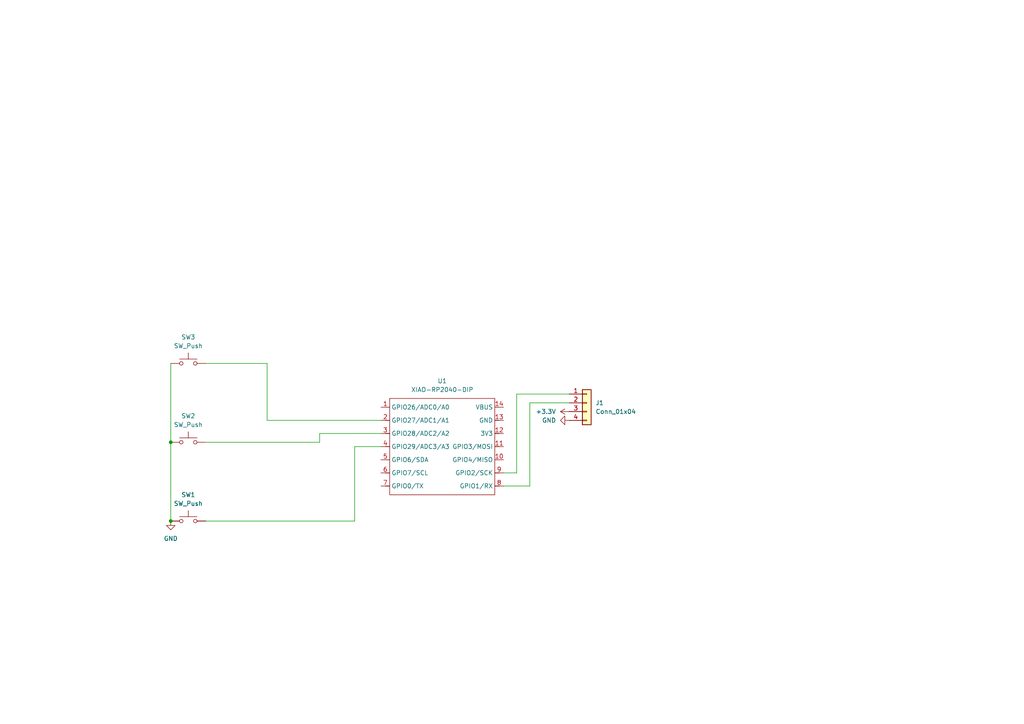
<source format=kicad_sch>
(kicad_sch
	(version 20250114)
	(generator "eeschema")
	(generator_version "9.0")
	(uuid "c4704f3a-70b5-4893-90c3-e021c5646ba6")
	(paper "A4")
	(lib_symbols
		(symbol "Connector_Generic:Conn_01x04"
			(pin_names
				(offset 1.016)
				(hide yes)
			)
			(exclude_from_sim no)
			(in_bom yes)
			(on_board yes)
			(property "Reference" "J"
				(at 0 5.08 0)
				(effects
					(font
						(size 1.27 1.27)
					)
				)
			)
			(property "Value" "Conn_01x04"
				(at 0 -7.62 0)
				(effects
					(font
						(size 1.27 1.27)
					)
				)
			)
			(property "Footprint" ""
				(at 0 0 0)
				(effects
					(font
						(size 1.27 1.27)
					)
					(hide yes)
				)
			)
			(property "Datasheet" "~"
				(at 0 0 0)
				(effects
					(font
						(size 1.27 1.27)
					)
					(hide yes)
				)
			)
			(property "Description" "Generic connector, single row, 01x04, script generated (kicad-library-utils/schlib/autogen/connector/)"
				(at 0 0 0)
				(effects
					(font
						(size 1.27 1.27)
					)
					(hide yes)
				)
			)
			(property "ki_keywords" "connector"
				(at 0 0 0)
				(effects
					(font
						(size 1.27 1.27)
					)
					(hide yes)
				)
			)
			(property "ki_fp_filters" "Connector*:*_1x??_*"
				(at 0 0 0)
				(effects
					(font
						(size 1.27 1.27)
					)
					(hide yes)
				)
			)
			(symbol "Conn_01x04_1_1"
				(rectangle
					(start -1.27 3.81)
					(end 1.27 -6.35)
					(stroke
						(width 0.254)
						(type default)
					)
					(fill
						(type background)
					)
				)
				(rectangle
					(start -1.27 2.667)
					(end 0 2.413)
					(stroke
						(width 0.1524)
						(type default)
					)
					(fill
						(type none)
					)
				)
				(rectangle
					(start -1.27 0.127)
					(end 0 -0.127)
					(stroke
						(width 0.1524)
						(type default)
					)
					(fill
						(type none)
					)
				)
				(rectangle
					(start -1.27 -2.413)
					(end 0 -2.667)
					(stroke
						(width 0.1524)
						(type default)
					)
					(fill
						(type none)
					)
				)
				(rectangle
					(start -1.27 -4.953)
					(end 0 -5.207)
					(stroke
						(width 0.1524)
						(type default)
					)
					(fill
						(type none)
					)
				)
				(pin passive line
					(at -5.08 2.54 0)
					(length 3.81)
					(name "Pin_1"
						(effects
							(font
								(size 1.27 1.27)
							)
						)
					)
					(number "1"
						(effects
							(font
								(size 1.27 1.27)
							)
						)
					)
				)
				(pin passive line
					(at -5.08 0 0)
					(length 3.81)
					(name "Pin_2"
						(effects
							(font
								(size 1.27 1.27)
							)
						)
					)
					(number "2"
						(effects
							(font
								(size 1.27 1.27)
							)
						)
					)
				)
				(pin passive line
					(at -5.08 -2.54 0)
					(length 3.81)
					(name "Pin_3"
						(effects
							(font
								(size 1.27 1.27)
							)
						)
					)
					(number "3"
						(effects
							(font
								(size 1.27 1.27)
							)
						)
					)
				)
				(pin passive line
					(at -5.08 -5.08 0)
					(length 3.81)
					(name "Pin_4"
						(effects
							(font
								(size 1.27 1.27)
							)
						)
					)
					(number "4"
						(effects
							(font
								(size 1.27 1.27)
							)
						)
					)
				)
			)
			(embedded_fonts no)
		)
		(symbol "Switch:SW_Push"
			(pin_numbers
				(hide yes)
			)
			(pin_names
				(offset 1.016)
				(hide yes)
			)
			(exclude_from_sim no)
			(in_bom yes)
			(on_board yes)
			(property "Reference" "SW"
				(at 1.27 2.54 0)
				(effects
					(font
						(size 1.27 1.27)
					)
					(justify left)
				)
			)
			(property "Value" "SW_Push"
				(at 0 -1.524 0)
				(effects
					(font
						(size 1.27 1.27)
					)
				)
			)
			(property "Footprint" ""
				(at 0 5.08 0)
				(effects
					(font
						(size 1.27 1.27)
					)
					(hide yes)
				)
			)
			(property "Datasheet" "~"
				(at 0 5.08 0)
				(effects
					(font
						(size 1.27 1.27)
					)
					(hide yes)
				)
			)
			(property "Description" "Push button switch, generic, two pins"
				(at 0 0 0)
				(effects
					(font
						(size 1.27 1.27)
					)
					(hide yes)
				)
			)
			(property "ki_keywords" "switch normally-open pushbutton push-button"
				(at 0 0 0)
				(effects
					(font
						(size 1.27 1.27)
					)
					(hide yes)
				)
			)
			(symbol "SW_Push_0_1"
				(circle
					(center -2.032 0)
					(radius 0.508)
					(stroke
						(width 0)
						(type default)
					)
					(fill
						(type none)
					)
				)
				(polyline
					(pts
						(xy 0 1.27) (xy 0 3.048)
					)
					(stroke
						(width 0)
						(type default)
					)
					(fill
						(type none)
					)
				)
				(circle
					(center 2.032 0)
					(radius 0.508)
					(stroke
						(width 0)
						(type default)
					)
					(fill
						(type none)
					)
				)
				(polyline
					(pts
						(xy 2.54 1.27) (xy -2.54 1.27)
					)
					(stroke
						(width 0)
						(type default)
					)
					(fill
						(type none)
					)
				)
				(pin passive line
					(at -5.08 0 0)
					(length 2.54)
					(name "1"
						(effects
							(font
								(size 1.27 1.27)
							)
						)
					)
					(number "1"
						(effects
							(font
								(size 1.27 1.27)
							)
						)
					)
				)
				(pin passive line
					(at 5.08 0 180)
					(length 2.54)
					(name "2"
						(effects
							(font
								(size 1.27 1.27)
							)
						)
					)
					(number "2"
						(effects
							(font
								(size 1.27 1.27)
							)
						)
					)
				)
			)
			(embedded_fonts no)
		)
		(symbol "power:+3.3V"
			(power)
			(pin_numbers
				(hide yes)
			)
			(pin_names
				(offset 0)
				(hide yes)
			)
			(exclude_from_sim no)
			(in_bom yes)
			(on_board yes)
			(property "Reference" "#PWR"
				(at 0 -3.81 0)
				(effects
					(font
						(size 1.27 1.27)
					)
					(hide yes)
				)
			)
			(property "Value" "+3.3V"
				(at 0 3.556 0)
				(effects
					(font
						(size 1.27 1.27)
					)
				)
			)
			(property "Footprint" ""
				(at 0 0 0)
				(effects
					(font
						(size 1.27 1.27)
					)
					(hide yes)
				)
			)
			(property "Datasheet" ""
				(at 0 0 0)
				(effects
					(font
						(size 1.27 1.27)
					)
					(hide yes)
				)
			)
			(property "Description" "Power symbol creates a global label with name \"+3.3V\""
				(at 0 0 0)
				(effects
					(font
						(size 1.27 1.27)
					)
					(hide yes)
				)
			)
			(property "ki_keywords" "global power"
				(at 0 0 0)
				(effects
					(font
						(size 1.27 1.27)
					)
					(hide yes)
				)
			)
			(symbol "+3.3V_0_1"
				(polyline
					(pts
						(xy -0.762 1.27) (xy 0 2.54)
					)
					(stroke
						(width 0)
						(type default)
					)
					(fill
						(type none)
					)
				)
				(polyline
					(pts
						(xy 0 2.54) (xy 0.762 1.27)
					)
					(stroke
						(width 0)
						(type default)
					)
					(fill
						(type none)
					)
				)
				(polyline
					(pts
						(xy 0 0) (xy 0 2.54)
					)
					(stroke
						(width 0)
						(type default)
					)
					(fill
						(type none)
					)
				)
			)
			(symbol "+3.3V_1_1"
				(pin power_in line
					(at 0 0 90)
					(length 0)
					(name "~"
						(effects
							(font
								(size 1.27 1.27)
							)
						)
					)
					(number "1"
						(effects
							(font
								(size 1.27 1.27)
							)
						)
					)
				)
			)
			(embedded_fonts no)
		)
		(symbol "power:GND"
			(power)
			(pin_numbers
				(hide yes)
			)
			(pin_names
				(offset 0)
				(hide yes)
			)
			(exclude_from_sim no)
			(in_bom yes)
			(on_board yes)
			(property "Reference" "#PWR"
				(at 0 -6.35 0)
				(effects
					(font
						(size 1.27 1.27)
					)
					(hide yes)
				)
			)
			(property "Value" "GND"
				(at 0 -3.81 0)
				(effects
					(font
						(size 1.27 1.27)
					)
				)
			)
			(property "Footprint" ""
				(at 0 0 0)
				(effects
					(font
						(size 1.27 1.27)
					)
					(hide yes)
				)
			)
			(property "Datasheet" ""
				(at 0 0 0)
				(effects
					(font
						(size 1.27 1.27)
					)
					(hide yes)
				)
			)
			(property "Description" "Power symbol creates a global label with name \"GND\" , ground"
				(at 0 0 0)
				(effects
					(font
						(size 1.27 1.27)
					)
					(hide yes)
				)
			)
			(property "ki_keywords" "global power"
				(at 0 0 0)
				(effects
					(font
						(size 1.27 1.27)
					)
					(hide yes)
				)
			)
			(symbol "GND_0_1"
				(polyline
					(pts
						(xy 0 0) (xy 0 -1.27) (xy 1.27 -1.27) (xy 0 -2.54) (xy -1.27 -1.27) (xy 0 -1.27)
					)
					(stroke
						(width 0)
						(type default)
					)
					(fill
						(type none)
					)
				)
			)
			(symbol "GND_1_1"
				(pin power_in line
					(at 0 0 270)
					(length 0)
					(name "~"
						(effects
							(font
								(size 1.27 1.27)
							)
						)
					)
					(number "1"
						(effects
							(font
								(size 1.27 1.27)
							)
						)
					)
				)
			)
			(embedded_fonts no)
		)
		(symbol "x:XIAO-RP2040-DIP"
			(exclude_from_sim no)
			(in_bom yes)
			(on_board yes)
			(property "Reference" "U"
				(at 0 0 0)
				(effects
					(font
						(size 1.27 1.27)
					)
				)
			)
			(property "Value" "XIAO-RP2040-DIP"
				(at 5.334 -1.778 0)
				(effects
					(font
						(size 1.27 1.27)
					)
				)
			)
			(property "Footprint" "Module:MOUDLE14P-XIAO-DIP-SMD"
				(at 14.478 -32.258 0)
				(effects
					(font
						(size 1.27 1.27)
					)
					(hide yes)
				)
			)
			(property "Datasheet" ""
				(at 0 0 0)
				(effects
					(font
						(size 1.27 1.27)
					)
					(hide yes)
				)
			)
			(property "Description" ""
				(at 0 0 0)
				(effects
					(font
						(size 1.27 1.27)
					)
					(hide yes)
				)
			)
			(symbol "XIAO-RP2040-DIP_1_0"
				(polyline
					(pts
						(xy -1.27 -2.54) (xy 29.21 -2.54)
					)
					(stroke
						(width 0.1524)
						(type solid)
					)
					(fill
						(type none)
					)
				)
				(polyline
					(pts
						(xy -1.27 -5.08) (xy -2.54 -5.08)
					)
					(stroke
						(width 0.1524)
						(type solid)
					)
					(fill
						(type none)
					)
				)
				(polyline
					(pts
						(xy -1.27 -5.08) (xy -1.27 -2.54)
					)
					(stroke
						(width 0.1524)
						(type solid)
					)
					(fill
						(type none)
					)
				)
				(polyline
					(pts
						(xy -1.27 -8.89) (xy -2.54 -8.89)
					)
					(stroke
						(width 0.1524)
						(type solid)
					)
					(fill
						(type none)
					)
				)
				(polyline
					(pts
						(xy -1.27 -8.89) (xy -1.27 -5.08)
					)
					(stroke
						(width 0.1524)
						(type solid)
					)
					(fill
						(type none)
					)
				)
				(polyline
					(pts
						(xy -1.27 -12.7) (xy -2.54 -12.7)
					)
					(stroke
						(width 0.1524)
						(type solid)
					)
					(fill
						(type none)
					)
				)
				(polyline
					(pts
						(xy -1.27 -12.7) (xy -1.27 -8.89)
					)
					(stroke
						(width 0.1524)
						(type solid)
					)
					(fill
						(type none)
					)
				)
				(polyline
					(pts
						(xy -1.27 -16.51) (xy -2.54 -16.51)
					)
					(stroke
						(width 0.1524)
						(type solid)
					)
					(fill
						(type none)
					)
				)
				(polyline
					(pts
						(xy -1.27 -16.51) (xy -1.27 -12.7)
					)
					(stroke
						(width 0.1524)
						(type solid)
					)
					(fill
						(type none)
					)
				)
				(polyline
					(pts
						(xy -1.27 -20.32) (xy -2.54 -20.32)
					)
					(stroke
						(width 0.1524)
						(type solid)
					)
					(fill
						(type none)
					)
				)
				(polyline
					(pts
						(xy -1.27 -24.13) (xy -2.54 -24.13)
					)
					(stroke
						(width 0.1524)
						(type solid)
					)
					(fill
						(type none)
					)
				)
				(polyline
					(pts
						(xy -1.27 -27.94) (xy -2.54 -27.94)
					)
					(stroke
						(width 0.1524)
						(type solid)
					)
					(fill
						(type none)
					)
				)
				(polyline
					(pts
						(xy -1.27 -30.48) (xy -1.27 -16.51)
					)
					(stroke
						(width 0.1524)
						(type solid)
					)
					(fill
						(type none)
					)
				)
				(polyline
					(pts
						(xy 29.21 -2.54) (xy 29.21 -5.08)
					)
					(stroke
						(width 0.1524)
						(type solid)
					)
					(fill
						(type none)
					)
				)
				(polyline
					(pts
						(xy 29.21 -5.08) (xy 29.21 -8.89)
					)
					(stroke
						(width 0.1524)
						(type solid)
					)
					(fill
						(type none)
					)
				)
				(polyline
					(pts
						(xy 29.21 -8.89) (xy 29.21 -12.7)
					)
					(stroke
						(width 0.1524)
						(type solid)
					)
					(fill
						(type none)
					)
				)
				(polyline
					(pts
						(xy 29.21 -12.7) (xy 29.21 -30.48)
					)
					(stroke
						(width 0.1524)
						(type solid)
					)
					(fill
						(type none)
					)
				)
				(polyline
					(pts
						(xy 29.21 -30.48) (xy -1.27 -30.48)
					)
					(stroke
						(width 0.1524)
						(type solid)
					)
					(fill
						(type none)
					)
				)
				(polyline
					(pts
						(xy 30.48 -5.08) (xy 29.21 -5.08)
					)
					(stroke
						(width 0.1524)
						(type solid)
					)
					(fill
						(type none)
					)
				)
				(polyline
					(pts
						(xy 30.48 -8.89) (xy 29.21 -8.89)
					)
					(stroke
						(width 0.1524)
						(type solid)
					)
					(fill
						(type none)
					)
				)
				(polyline
					(pts
						(xy 30.48 -12.7) (xy 29.21 -12.7)
					)
					(stroke
						(width 0.1524)
						(type solid)
					)
					(fill
						(type none)
					)
				)
				(polyline
					(pts
						(xy 30.48 -16.51) (xy 29.21 -16.51)
					)
					(stroke
						(width 0.1524)
						(type solid)
					)
					(fill
						(type none)
					)
				)
				(polyline
					(pts
						(xy 30.48 -20.32) (xy 29.21 -20.32)
					)
					(stroke
						(width 0.1524)
						(type solid)
					)
					(fill
						(type none)
					)
				)
				(polyline
					(pts
						(xy 30.48 -24.13) (xy 29.21 -24.13)
					)
					(stroke
						(width 0.1524)
						(type solid)
					)
					(fill
						(type none)
					)
				)
				(polyline
					(pts
						(xy 30.48 -27.94) (xy 29.21 -27.94)
					)
					(stroke
						(width 0.1524)
						(type solid)
					)
					(fill
						(type none)
					)
				)
				(pin passive line
					(at -3.81 -5.08 0)
					(length 2.54)
					(name "GPIO26/ADC0/A0"
						(effects
							(font
								(size 1.27 1.27)
							)
						)
					)
					(number "1"
						(effects
							(font
								(size 1.27 1.27)
							)
						)
					)
				)
				(pin passive line
					(at -3.81 -8.89 0)
					(length 2.54)
					(name "GPIO27/ADC1/A1"
						(effects
							(font
								(size 1.27 1.27)
							)
						)
					)
					(number "2"
						(effects
							(font
								(size 1.27 1.27)
							)
						)
					)
				)
				(pin passive line
					(at -3.81 -12.7 0)
					(length 2.54)
					(name "GPIO28/ADC2/A2"
						(effects
							(font
								(size 1.27 1.27)
							)
						)
					)
					(number "3"
						(effects
							(font
								(size 1.27 1.27)
							)
						)
					)
				)
				(pin passive line
					(at -3.81 -16.51 0)
					(length 2.54)
					(name "GPIO29/ADC3/A3"
						(effects
							(font
								(size 1.27 1.27)
							)
						)
					)
					(number "4"
						(effects
							(font
								(size 1.27 1.27)
							)
						)
					)
				)
				(pin passive line
					(at -3.81 -20.32 0)
					(length 2.54)
					(name "GPIO6/SDA"
						(effects
							(font
								(size 1.27 1.27)
							)
						)
					)
					(number "5"
						(effects
							(font
								(size 1.27 1.27)
							)
						)
					)
				)
				(pin passive line
					(at -3.81 -24.13 0)
					(length 2.54)
					(name "GPIO7/SCL"
						(effects
							(font
								(size 1.27 1.27)
							)
						)
					)
					(number "6"
						(effects
							(font
								(size 1.27 1.27)
							)
						)
					)
				)
				(pin passive line
					(at -3.81 -27.94 0)
					(length 2.54)
					(name "GPIO0/TX"
						(effects
							(font
								(size 1.27 1.27)
							)
						)
					)
					(number "7"
						(effects
							(font
								(size 1.27 1.27)
							)
						)
					)
				)
				(pin passive line
					(at 31.75 -5.08 180)
					(length 2.54)
					(name "VBUS"
						(effects
							(font
								(size 1.27 1.27)
							)
						)
					)
					(number "14"
						(effects
							(font
								(size 1.27 1.27)
							)
						)
					)
				)
				(pin passive line
					(at 31.75 -8.89 180)
					(length 2.54)
					(name "GND"
						(effects
							(font
								(size 1.27 1.27)
							)
						)
					)
					(number "13"
						(effects
							(font
								(size 1.27 1.27)
							)
						)
					)
				)
				(pin passive line
					(at 31.75 -12.7 180)
					(length 2.54)
					(name "3V3"
						(effects
							(font
								(size 1.27 1.27)
							)
						)
					)
					(number "12"
						(effects
							(font
								(size 1.27 1.27)
							)
						)
					)
				)
				(pin passive line
					(at 31.75 -16.51 180)
					(length 2.54)
					(name "GPIO3/MOSI"
						(effects
							(font
								(size 1.27 1.27)
							)
						)
					)
					(number "11"
						(effects
							(font
								(size 1.27 1.27)
							)
						)
					)
				)
				(pin passive line
					(at 31.75 -20.32 180)
					(length 2.54)
					(name "GPIO4/MISO"
						(effects
							(font
								(size 1.27 1.27)
							)
						)
					)
					(number "10"
						(effects
							(font
								(size 1.27 1.27)
							)
						)
					)
				)
				(pin passive line
					(at 31.75 -24.13 180)
					(length 2.54)
					(name "GPIO2/SCK"
						(effects
							(font
								(size 1.27 1.27)
							)
						)
					)
					(number "9"
						(effects
							(font
								(size 1.27 1.27)
							)
						)
					)
				)
				(pin passive line
					(at 31.75 -27.94 180)
					(length 2.54)
					(name "GPIO1/RX"
						(effects
							(font
								(size 1.27 1.27)
							)
						)
					)
					(number "8"
						(effects
							(font
								(size 1.27 1.27)
							)
						)
					)
				)
			)
			(embedded_fonts no)
		)
	)
	(junction
		(at 49.53 128.27)
		(diameter 0)
		(color 0 0 0 0)
		(uuid "1c9e2ceb-a9b8-4405-afa5-ace86fb03530")
	)
	(junction
		(at 49.53 151.13)
		(diameter 0)
		(color 0 0 0 0)
		(uuid "520fa3ce-28bd-4583-87ce-c765abd069bf")
	)
	(wire
		(pts
			(xy 165.1 114.3) (xy 149.86 114.3)
		)
		(stroke
			(width 0)
			(type default)
		)
		(uuid "0a7ee8e2-40e5-4395-8417-00a0e60c64ba")
	)
	(wire
		(pts
			(xy 149.86 137.16) (xy 146.05 137.16)
		)
		(stroke
			(width 0)
			(type default)
		)
		(uuid "1055dc2b-bb9c-4e12-85f0-40b21370d4c8")
	)
	(wire
		(pts
			(xy 59.69 105.41) (xy 77.47 105.41)
		)
		(stroke
			(width 0)
			(type default)
		)
		(uuid "180258f5-5197-455b-a716-6f494192e480")
	)
	(wire
		(pts
			(xy 149.86 114.3) (xy 149.86 137.16)
		)
		(stroke
			(width 0)
			(type default)
		)
		(uuid "1c0fe8f8-4a06-4512-88fc-3a5fafabe266")
	)
	(wire
		(pts
			(xy 92.71 125.73) (xy 110.49 125.73)
		)
		(stroke
			(width 0)
			(type default)
		)
		(uuid "3235eea4-cad0-458c-90ee-ac66b028eabd")
	)
	(wire
		(pts
			(xy 49.53 105.41) (xy 49.53 128.27)
		)
		(stroke
			(width 0)
			(type default)
		)
		(uuid "3a8a6314-4aae-49f4-b70a-02cee4407037")
	)
	(wire
		(pts
			(xy 153.67 140.97) (xy 146.05 140.97)
		)
		(stroke
			(width 0)
			(type default)
		)
		(uuid "40edb4ba-188f-47ea-8801-e7670207face")
	)
	(wire
		(pts
			(xy 102.87 151.13) (xy 102.87 129.54)
		)
		(stroke
			(width 0)
			(type default)
		)
		(uuid "75a68710-8a35-4f7f-9015-54316a6f3f88")
	)
	(wire
		(pts
			(xy 153.67 116.84) (xy 153.67 140.97)
		)
		(stroke
			(width 0)
			(type default)
		)
		(uuid "8a5c3266-80d8-4181-a7cb-3c12ae7f1497")
	)
	(wire
		(pts
			(xy 92.71 128.27) (xy 92.71 125.73)
		)
		(stroke
			(width 0)
			(type default)
		)
		(uuid "8be55b2f-a44a-4fb2-a13f-eff75bf5fa55")
	)
	(wire
		(pts
			(xy 165.1 116.84) (xy 153.67 116.84)
		)
		(stroke
			(width 0)
			(type default)
		)
		(uuid "95f51373-8cd1-400e-8d59-70798c9e41ad")
	)
	(wire
		(pts
			(xy 59.69 151.13) (xy 102.87 151.13)
		)
		(stroke
			(width 0)
			(type default)
		)
		(uuid "b82274b0-da55-4a9d-b8f8-1db6c372e153")
	)
	(wire
		(pts
			(xy 77.47 105.41) (xy 77.47 121.92)
		)
		(stroke
			(width 0)
			(type default)
		)
		(uuid "b83e1aa1-7b25-4065-b0df-d7e6a617decb")
	)
	(wire
		(pts
			(xy 59.69 128.27) (xy 92.71 128.27)
		)
		(stroke
			(width 0)
			(type default)
		)
		(uuid "bbe44075-b41a-44fc-9366-48171fb452af")
	)
	(wire
		(pts
			(xy 49.53 128.27) (xy 49.53 151.13)
		)
		(stroke
			(width 0)
			(type default)
		)
		(uuid "c766377c-368c-4666-8690-d89022baf48b")
	)
	(wire
		(pts
			(xy 77.47 121.92) (xy 110.49 121.92)
		)
		(stroke
			(width 0)
			(type default)
		)
		(uuid "dfb50fcd-a4d8-4ca2-92aa-a3fce67cfdfa")
	)
	(wire
		(pts
			(xy 102.87 129.54) (xy 110.49 129.54)
		)
		(stroke
			(width 0)
			(type default)
		)
		(uuid "edfacced-b85e-41ff-8a02-49dd3e349bae")
	)
	(symbol
		(lib_id "Switch:SW_Push")
		(at 54.61 105.41 0)
		(unit 1)
		(exclude_from_sim no)
		(in_bom yes)
		(on_board yes)
		(dnp no)
		(fields_autoplaced yes)
		(uuid "34cc3026-bf48-4421-919b-32a306ec169f")
		(property "Reference" "SW3"
			(at 54.61 97.79 0)
			(effects
				(font
					(size 1.27 1.27)
				)
			)
		)
		(property "Value" "SW_Push"
			(at 54.61 100.33 0)
			(effects
				(font
					(size 1.27 1.27)
				)
			)
		)
		(property "Footprint" "Button_Switch_Keyboard:SW_Cherry_MX_1.00u_PCB"
			(at 54.61 100.33 0)
			(effects
				(font
					(size 1.27 1.27)
				)
				(hide yes)
			)
		)
		(property "Datasheet" "~"
			(at 54.61 100.33 0)
			(effects
				(font
					(size 1.27 1.27)
				)
				(hide yes)
			)
		)
		(property "Description" "Push button switch, generic, two pins"
			(at 54.61 105.41 0)
			(effects
				(font
					(size 1.27 1.27)
				)
				(hide yes)
			)
		)
		(pin "1"
			(uuid "adfb9cba-a827-439a-ac50-62c2b5ba05ee")
		)
		(pin "2"
			(uuid "96a568ac-e6ac-40cf-9ce7-fd92c975f8ca")
		)
		(instances
			(project ""
				(path "/c4704f3a-70b5-4893-90c3-e021c5646ba6"
					(reference "SW3")
					(unit 1)
				)
			)
		)
	)
	(symbol
		(lib_id "power:GND")
		(at 49.53 151.13 0)
		(unit 1)
		(exclude_from_sim no)
		(in_bom yes)
		(on_board yes)
		(dnp no)
		(fields_autoplaced yes)
		(uuid "460b99c1-1fdb-437c-9cfb-d8197f79e14b")
		(property "Reference" "#PWR03"
			(at 49.53 157.48 0)
			(effects
				(font
					(size 1.27 1.27)
				)
				(hide yes)
			)
		)
		(property "Value" "GND"
			(at 49.53 156.21 0)
			(effects
				(font
					(size 1.27 1.27)
				)
			)
		)
		(property "Footprint" ""
			(at 49.53 151.13 0)
			(effects
				(font
					(size 1.27 1.27)
				)
				(hide yes)
			)
		)
		(property "Datasheet" ""
			(at 49.53 151.13 0)
			(effects
				(font
					(size 1.27 1.27)
				)
				(hide yes)
			)
		)
		(property "Description" "Power symbol creates a global label with name \"GND\" , ground"
			(at 49.53 151.13 0)
			(effects
				(font
					(size 1.27 1.27)
				)
				(hide yes)
			)
		)
		(pin "1"
			(uuid "e6cf836e-f312-47ff-97a6-017ef40ab9d9")
		)
		(instances
			(project ""
				(path "/c4704f3a-70b5-4893-90c3-e021c5646ba6"
					(reference "#PWR03")
					(unit 1)
				)
			)
		)
	)
	(symbol
		(lib_id "Switch:SW_Push")
		(at 54.61 128.27 0)
		(unit 1)
		(exclude_from_sim no)
		(in_bom yes)
		(on_board yes)
		(dnp no)
		(fields_autoplaced yes)
		(uuid "633ae678-031d-4913-bf3c-1f0fffee1174")
		(property "Reference" "SW2"
			(at 54.61 120.65 0)
			(effects
				(font
					(size 1.27 1.27)
				)
			)
		)
		(property "Value" "SW_Push"
			(at 54.61 123.19 0)
			(effects
				(font
					(size 1.27 1.27)
				)
			)
		)
		(property "Footprint" "Button_Switch_Keyboard:SW_Cherry_MX_1.00u_PCB"
			(at 54.61 123.19 0)
			(effects
				(font
					(size 1.27 1.27)
				)
				(hide yes)
			)
		)
		(property "Datasheet" "~"
			(at 54.61 123.19 0)
			(effects
				(font
					(size 1.27 1.27)
				)
				(hide yes)
			)
		)
		(property "Description" "Push button switch, generic, two pins"
			(at 54.61 128.27 0)
			(effects
				(font
					(size 1.27 1.27)
				)
				(hide yes)
			)
		)
		(pin "2"
			(uuid "437644ef-8e48-41b4-a80d-4fbefb0f1f6a")
		)
		(pin "1"
			(uuid "ce0f14ff-e0f2-4163-bd1a-73d22598a09d")
		)
		(instances
			(project ""
				(path "/c4704f3a-70b5-4893-90c3-e021c5646ba6"
					(reference "SW2")
					(unit 1)
				)
			)
		)
	)
	(symbol
		(lib_id "power:GND")
		(at 165.1 121.92 270)
		(unit 1)
		(exclude_from_sim no)
		(in_bom yes)
		(on_board yes)
		(dnp no)
		(fields_autoplaced yes)
		(uuid "a311bbd8-fbc1-47ff-8a28-cee7be1a8498")
		(property "Reference" "#PWR02"
			(at 158.75 121.92 0)
			(effects
				(font
					(size 1.27 1.27)
				)
				(hide yes)
			)
		)
		(property "Value" "GND"
			(at 161.29 121.9199 90)
			(effects
				(font
					(size 1.27 1.27)
				)
				(justify right)
			)
		)
		(property "Footprint" ""
			(at 165.1 121.92 0)
			(effects
				(font
					(size 1.27 1.27)
				)
				(hide yes)
			)
		)
		(property "Datasheet" ""
			(at 165.1 121.92 0)
			(effects
				(font
					(size 1.27 1.27)
				)
				(hide yes)
			)
		)
		(property "Description" "Power symbol creates a global label with name \"GND\" , ground"
			(at 165.1 121.92 0)
			(effects
				(font
					(size 1.27 1.27)
				)
				(hide yes)
			)
		)
		(pin "1"
			(uuid "a63817fc-c162-4835-9340-a70139298aa1")
		)
		(instances
			(project ""
				(path "/c4704f3a-70b5-4893-90c3-e021c5646ba6"
					(reference "#PWR02")
					(unit 1)
				)
			)
		)
	)
	(symbol
		(lib_id "Switch:SW_Push")
		(at 54.61 151.13 0)
		(unit 1)
		(exclude_from_sim no)
		(in_bom yes)
		(on_board yes)
		(dnp no)
		(fields_autoplaced yes)
		(uuid "a9b6a501-61c6-40b6-b6d6-5d66390426f2")
		(property "Reference" "SW1"
			(at 54.61 143.51 0)
			(effects
				(font
					(size 1.27 1.27)
				)
			)
		)
		(property "Value" "SW_Push"
			(at 54.61 146.05 0)
			(effects
				(font
					(size 1.27 1.27)
				)
			)
		)
		(property "Footprint" "Button_Switch_Keyboard:SW_Cherry_MX_1.00u_PCB"
			(at 54.61 146.05 0)
			(effects
				(font
					(size 1.27 1.27)
				)
				(hide yes)
			)
		)
		(property "Datasheet" "~"
			(at 54.61 146.05 0)
			(effects
				(font
					(size 1.27 1.27)
				)
				(hide yes)
			)
		)
		(property "Description" "Push button switch, generic, two pins"
			(at 54.61 151.13 0)
			(effects
				(font
					(size 1.27 1.27)
				)
				(hide yes)
			)
		)
		(pin "2"
			(uuid "8410e498-ef51-4644-ad89-39d14905f8c5")
		)
		(pin "1"
			(uuid "046247ce-46e8-4805-bca6-fd2285faa148")
		)
		(instances
			(project ""
				(path "/c4704f3a-70b5-4893-90c3-e021c5646ba6"
					(reference "SW1")
					(unit 1)
				)
			)
		)
	)
	(symbol
		(lib_id "x:XIAO-RP2040-DIP")
		(at 114.3 113.03 0)
		(unit 1)
		(exclude_from_sim no)
		(in_bom yes)
		(on_board yes)
		(dnp no)
		(fields_autoplaced yes)
		(uuid "befd473f-a11f-4da2-b629-6cd45d544b52")
		(property "Reference" "U1"
			(at 128.27 110.49 0)
			(effects
				(font
					(size 1.27 1.27)
				)
			)
		)
		(property "Value" "XIAO-RP2040-DIP"
			(at 128.27 113.03 0)
			(effects
				(font
					(size 1.27 1.27)
				)
			)
		)
		(property "Footprint" "Audio_Module:AAAAA"
			(at 128.778 145.288 0)
			(effects
				(font
					(size 1.27 1.27)
				)
				(hide yes)
			)
		)
		(property "Datasheet" ""
			(at 114.3 113.03 0)
			(effects
				(font
					(size 1.27 1.27)
				)
				(hide yes)
			)
		)
		(property "Description" ""
			(at 114.3 113.03 0)
			(effects
				(font
					(size 1.27 1.27)
				)
				(hide yes)
			)
		)
		(pin "1"
			(uuid "ed614e0a-0216-48de-ac31-a9b0f51be2c3")
		)
		(pin "3"
			(uuid "6586b3a3-272e-469c-b7dc-bceb852e3328")
		)
		(pin "2"
			(uuid "ea378b8f-93cb-4ca5-8315-310699029d06")
		)
		(pin "5"
			(uuid "3aac37d9-9448-4afc-88f4-d9103f59fb9d")
		)
		(pin "4"
			(uuid "cad11be3-af69-48f7-8cc1-60c2143e6c42")
		)
		(pin "6"
			(uuid "ff19c733-f6e5-401a-9196-6c122db9bb31")
		)
		(pin "7"
			(uuid "9f8085b1-4346-465b-aa37-0c2372c2c368")
		)
		(pin "14"
			(uuid "e9d73493-98c4-4002-bef0-523a6fe9787b")
		)
		(pin "10"
			(uuid "4d91de7c-6752-45cf-9467-e35e2e0f47f5")
		)
		(pin "9"
			(uuid "cb0dd7cc-e63a-4863-b680-88aa443237b8")
		)
		(pin "13"
			(uuid "1b4b7172-e40b-4656-9a97-3146e65e3839")
		)
		(pin "8"
			(uuid "01122729-8714-4842-b886-875dfcaa2000")
		)
		(pin "11"
			(uuid "8fa5e70b-53ee-4124-b597-8e3479e4c0ce")
		)
		(pin "12"
			(uuid "f44064fa-0ae1-494e-9535-798d26d9ff0f")
		)
		(instances
			(project ""
				(path "/c4704f3a-70b5-4893-90c3-e021c5646ba6"
					(reference "U1")
					(unit 1)
				)
			)
		)
	)
	(symbol
		(lib_id "Connector_Generic:Conn_01x04")
		(at 170.18 116.84 0)
		(unit 1)
		(exclude_from_sim no)
		(in_bom yes)
		(on_board yes)
		(dnp no)
		(fields_autoplaced yes)
		(uuid "fb468937-c31b-49a3-acc9-583d77c1d3cc")
		(property "Reference" "J1"
			(at 172.72 116.8399 0)
			(effects
				(font
					(size 1.27 1.27)
				)
				(justify left)
			)
		)
		(property "Value" "Conn_01x04"
			(at 172.72 119.3799 0)
			(effects
				(font
					(size 1.27 1.27)
				)
				(justify left)
			)
		)
		(property "Footprint" "OLED:SSD1306-0.91-OLED-4pin-128x32"
			(at 170.18 116.84 0)
			(effects
				(font
					(size 1.27 1.27)
				)
				(hide yes)
			)
		)
		(property "Datasheet" "~"
			(at 170.18 116.84 0)
			(effects
				(font
					(size 1.27 1.27)
				)
				(hide yes)
			)
		)
		(property "Description" "Generic connector, single row, 01x04, script generated (kicad-library-utils/schlib/autogen/connector/)"
			(at 170.18 116.84 0)
			(effects
				(font
					(size 1.27 1.27)
				)
				(hide yes)
			)
		)
		(pin "1"
			(uuid "e0551464-e4b2-4c2f-ab0f-531492fd0011")
		)
		(pin "3"
			(uuid "db72d4cc-f170-44e2-9d6d-e71859722309")
		)
		(pin "4"
			(uuid "12db63fc-19ea-4bb9-aa0a-4d43ec336250")
		)
		(pin "2"
			(uuid "e9a057ca-8823-4ff3-88db-d66568751cda")
		)
		(instances
			(project ""
				(path "/c4704f3a-70b5-4893-90c3-e021c5646ba6"
					(reference "J1")
					(unit 1)
				)
			)
		)
	)
	(symbol
		(lib_id "power:+3.3V")
		(at 165.1 119.38 90)
		(unit 1)
		(exclude_from_sim no)
		(in_bom yes)
		(on_board yes)
		(dnp no)
		(fields_autoplaced yes)
		(uuid "fc492654-842e-4d8e-b2a6-2c8b5c6c8097")
		(property "Reference" "#PWR01"
			(at 168.91 119.38 0)
			(effects
				(font
					(size 1.27 1.27)
				)
				(hide yes)
			)
		)
		(property "Value" "+3.3V"
			(at 161.29 119.3799 90)
			(effects
				(font
					(size 1.27 1.27)
				)
				(justify left)
			)
		)
		(property "Footprint" ""
			(at 165.1 119.38 0)
			(effects
				(font
					(size 1.27 1.27)
				)
				(hide yes)
			)
		)
		(property "Datasheet" ""
			(at 165.1 119.38 0)
			(effects
				(font
					(size 1.27 1.27)
				)
				(hide yes)
			)
		)
		(property "Description" "Power symbol creates a global label with name \"+3.3V\""
			(at 165.1 119.38 0)
			(effects
				(font
					(size 1.27 1.27)
				)
				(hide yes)
			)
		)
		(pin "1"
			(uuid "3d71049d-b7b8-4257-b3fc-61ecc39c92ac")
		)
		(instances
			(project ""
				(path "/c4704f3a-70b5-4893-90c3-e021c5646ba6"
					(reference "#PWR01")
					(unit 1)
				)
			)
		)
	)
	(sheet_instances
		(path "/"
			(page "1")
		)
	)
	(embedded_fonts no)
)

</source>
